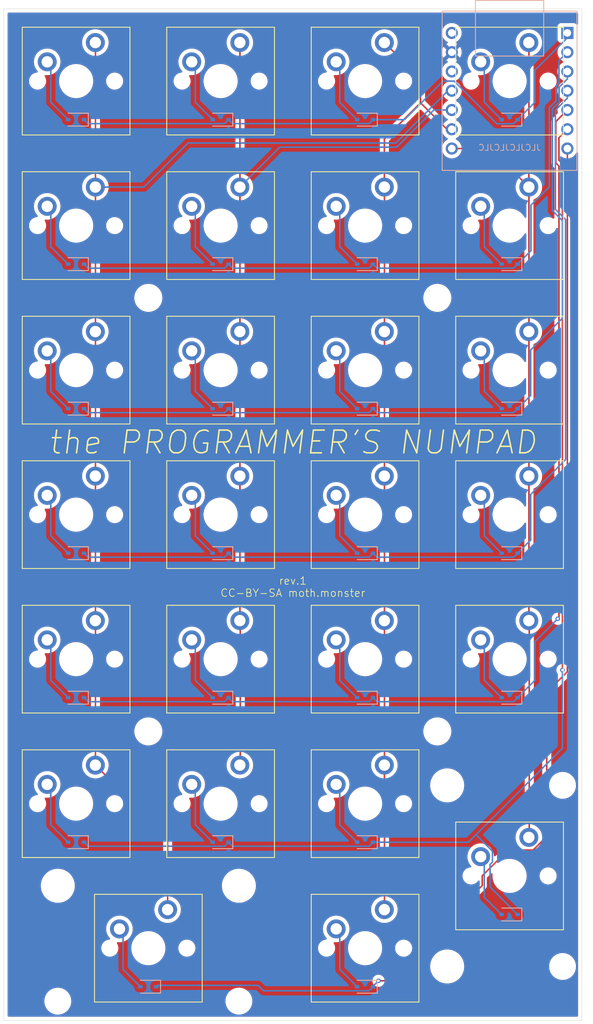
<source format=kicad_pcb>
(kicad_pcb (version 20240108) (generator "pcbnew") (generator_version "8.0")
  (layers (0 "F.Cu" signal) (31 "B.Cu" signal) (34 "B.Paste" user) (35 "F.Paste" user) (36 "B.SilkS" user "B.Silkscreen") (37 "F.SilkS" user "F.Silkscreen") (38 "B.Mask" user) (39 "F.Mask" user) (44 "Edge.Cuts" user))
  (net 0 "")
  (net 1 "Net-(D1-A)")
  (net 2 "Row0")
  (net 3 "Net-(D2-A)")
  (net 4 "Row1")
  (net 5 "Row2")
  (net 6 "Net-(D3-A)")
  (net 7 "Net-(D4-A)")
  (net 8 "Row3")
  (net 9 "Row4")
  (net 10 "Net-(D5-A)")
  (net 11 "Net-(D6-A)")
  (net 12 "Row5")
  (net 13 "Net-(D7-A)")
  (net 14 "Row6")
  (net 15 "Net-(D8-A)")
  (net 16 "Net-(D9-A)")
  (net 17 "Net-(D10-A)")
  (net 18 "Net-(D11-A)")
  (net 19 "Net-(D12-A)")
  (net 20 "Net-(D13-A)")
  (net 21 "Net-(D14-A)")
  (net 22 "Net-(D15-A)")
  (net 23 "Net-(D16-A)")
  (net 24 "Net-(D17-A)")
  (net 25 "Net-(D18-A)")
  (net 26 "Net-(D19-A)")
  (net 27 "Net-(D20-A)")
  (net 28 "Net-(D21-A)")
  (net 29 "Net-(D22-A)")
  (net 30 "Net-(D23-A)")
  (net 31 "Net-(D24-A)")
  (net 32 "Net-(D25-A)")
  (net 33 "Net-(D26-A)")
  (net 34 "Col0")
  (net 35 "Col1")
  (net 36 "Col2")
  (net 37 "Col3")
  (net 38 "unconnected-(U1-GND-Pad13)")
  (footprint "PCM_Switch_Keyboard_Cherry_MX:SW_Cherry_MX_PCB_1.00u" (layer "F.Cu") (at 162.56 34.29)
    (property "Reference" "SW14" (hide yes))
    (property "Value" "SW_Push")
  )
  (footprint "PCM_Switch_Keyboard_Cherry_MX:SW_Cherry_MX_PCB_1.00u" (layer "F.Cu") (at 162.56 53.34)
    (property "Reference" "SW15" (hide yes))
    (property "Value" "SW_Push")
  )
  (footprint "MountingHole:MountingHole_3.2mm_M3" (layer "F.Cu") (at 133.985 62.865)
    (property "Reference" "REF1**" (hide yes))
    (property "Value" "MountingHole_3.2mm_M3" (hide yes))
  )
  (footprint "PCM_Switch_Keyboard_Cherry_MX:SW_Cherry_MX_PCB_1.00u" (layer "F.Cu") (at 181.61 139.065)
    (property "Reference" "SW26" (hide yes))
    (property "Value" "SW_Push")
  )
  (footprint "PCM_Switch_Keyboard_Cherry_MX:SW_Cherry_MX_PCB_1.00u" (layer "F.Cu") (at 143.51 110.49)
    (property "Reference" "SW12" (hide yes))
    (property "Value" "SW_Push")
  )
  (footprint "PCM_Switch_Keyboard_Cherry_MX:SW_Cherry_MX_PCB_1.00u" (layer "F.Cu") (at 124.46 53.34)
    (property "Reference" "SW2" (hide yes))
    (property "Value" "SW_Push")
  )
  (footprint "PCM_Switch_Keyboard_Cherry_MX:SW_Cherry_MX_PCB_1.00u" (layer "F.Cu") (at 162.56 72.39)
    (property "Reference" "SW16" (hide yes))
    (property "Value" "SW_Push")
  )
  (footprint "MountingHole:MountingHole_3.2mm_M3" (layer "F.Cu") (at 133.985 120.015)
    (property "Reference" "REF**12412" (hide yes))
    (property "Value" "MountingHole_3.2mm_M3" (hide yes))
  )
  (footprint "PCM_Switch_Keyboard_Cherry_MX:SW_Cherry_MX_PCB_1.00u" (layer "F.Cu") (at 162.56 129.54)
    (property "Reference" "SW19" (hide yes))
    (property "Value" "SW_Push")
  )
  (footprint "PCM_Switch_Keyboard_Cherry_MX:SW_Cherry_MX_PCB_1.00u" (layer "F.Cu") (at 162.56 148.59)
    (property "Reference" "SW20" (hide yes))
    (property "Value" "SW_Push")
  )
  (footprint "PCM_Switch_Keyboard_Cherry_MX:SW_Cherry_MX_PCB_1.00u" (layer "F.Cu") (at 143.51 91.44)
    (property "Reference" "SW11" (hide yes))
    (property "Value" "SW_Push")
  )
  (footprint "PCM_Switch_Keyboard_Cherry_MX:SW_Cherry_MX_PCB_1.00u" (layer "F.Cu") (at 143.51 53.34)
    (property "Reference" "SW9" (hide yes))
    (property "Value" "SW_Push")
  )
  (footprint "PCM_Switch_Keyboard_Cherry_MX:SW_Cherry_MX_PCB_1.00u" (layer "F.Cu") (at 124.46 34.29)
    (property "Reference" "SW1" (hide yes))
    (property "Value" "SW_Push")
  )
  (footprint "PCM_Switch_Keyboard_Cherry_MX:SW_Cherry_MX_PCB_1.00u" (layer "F.Cu") (at 124.46 110.49)
    (property "Reference" "SW5" (hide yes))
    (property "Value" "SW_Push")
  )
  (footprint "PCM_Switch_Keyboard_Cherry_MX:SW_Cherry_MX_PCB_1.00u" (layer "F.Cu") (at 181.61 110.49)
    (property "Reference" "SW25" (hide yes))
    (property "Value" "SW_Push")
  )
  (footprint "PCM_Switch_Keyboard_Cherry_MX:SW_Cherry_MX_PCB_1.00u" (layer "F.Cu") (at 124.46 91.44)
    (property "Reference" "SW4" (hide yes))
    (property "Value" "SW_Push")
  )
  (footprint "PCM_Switch_Keyboard_Cherry_MX:SW_Cherry_MX_PCB_1.00u" (layer "F.Cu") (at 133.985 148.59)
    (property "Reference" "SW7" (hide yes))
    (property "Value" "SW_Push")
  )
  (footprint "PCM_Switch_Keyboard_Cherry_MX:SW_Cherry_MX_PCB_1.00u" (layer "F.Cu") (at 143.51 34.29)
    (property "Reference" "SW8" (hide yes))
    (property "Value" "SW_Push")
  )
  (footprint "PCM_Switch_Keyboard_Cherry_MX:SW_Cherry_MX_PCB_1.00u" (layer "F.Cu") (at 143.51 72.39)
    (property "Reference" "SW10" (hide yes))
    (property "Value" "SW_Push")
  )
  (footprint "PCM_Switch_Keyboard_Cherry_MX:SW_Cherry_MX_PCB_1.00u" (layer "F.Cu") (at 162.56 110.49)
    (property "Reference" "SW18" (hide yes))
    (property "Value" "SW_Push")
  )
  (footprint "PCM_Switch_Keyboard_Cherry_MX:SW_Cherry_MX_PCB_1.00u" (layer "F.Cu") (at 162.56 91.44)
    (property "Reference" "SW17" (hide yes))
    (property "Value" "SW_Push")
  )
  (footprint "PCM_Switch_Keyboard_Cherry_MX:SW_Cherry_MX_PCB_1.00u" (layer "F.Cu") (at 181.61 34.29)
    (property "Reference" "SW21" (hide yes))
    (property "Value" "SW_Push")
  )
  (footprint "PCM_Switch_Keyboard_Cherry_MX:SW_Cherry_MX_PCB_1.00u" (layer "F.Cu") (at 143.51 129.54)
    (property "Reference" "SW13" (hide yes))
    (property "Value" "SW_Push")
  )
  (footprint "MountingHole:MountingHole_3.2mm_M3" (layer "F.Cu") (at 172.085 62.865)
    (property "Reference" "REF2" (hide yes))
    (property "Value" "MountingHole_3.2mm_M3" (hide yes))
  )
  (footprint "PCM_Mounting_Keyboard_Stabilizer:Stabilizer_Cherry_MX_2.00u" (layer "F.Cu") (at 133.985 148.59 180)
    (property "Reference" "REF**" (hide yes))
    (property "Value" "Stabilizer_Cherry_MX_2.00u" (hide yes))
  )
  (footprint "PCM_Switch_Keyboard_Cherry_MX:SW_Cherry_MX_PCB_1.00u" (layer "F.Cu") (at 124.46 72.39)
    (property "Reference" "SW3" (hide yes))
    (property "Value" "SW_Push")
  )
  (footprint "MountingHole:MountingHole_3.2mm_M3" (layer "F.Cu") (at 172.085 120.015)
    (property "Reference" "REF**444" (hide yes))
    (property "Value" "MountingHole_3.2mm_M3" (hide yes))
  )
  (footprint "PCM_Switch_Keyboard_Cherry_MX:SW_Cherry_MX_PCB_1.00u" (layer "F.Cu") (at 124.46 129.54)
    (property "Reference" "SW6" (hide yes))
    (property "Value" "SW_Push")
  )
  (footprint "PCM_Switch_Keyboard_Cherry_MX:SW_Cherry_MX_PCB_1.00u" (layer "F.Cu") (at 181.61 72.39)
    (property "Reference" "SW23" (hide yes))
    (property "Value" "SW_Push")
  )
  (footprint "PCM_Mounting_Keyboard_Stabilizer:Stabilizer_Cherry_MX_2.00u" (layer "F.Cu") (at 181.61 139.065 -90)
    (property "Reference" "REF**agsdg" (hide yes))
    (property "Value" "Stabilizer_Cherry_MX_2.00u" (hide yes))
  )
  (footprint "PCM_Switch_Keyboard_Cherry_MX:SW_Cherry_MX_PCB_1.00u" (layer "F.Cu") (at 181.61 91.44)
    (property "Reference" "SW24" (hide yes))
    (property "Value" "SW_Push")
  )
  (footprint "PCM_Switch_Keyboard_Cherry_MX:SW_Cherry_MX_PCB_1.00u" (layer "F.Cu") (at 181.61 53.34)
    (property "Reference" "SW22" (hide yes))
    (property "Value" "SW_Push")
  )
  (footprint "Diode_SMD:D_SOD-323" (layer "B.Cu") (at 143.51 77.47 180)
    (property "Reference" "D10" (hide yes))
    (property "Value" "D")
  )
  (footprint "Diode_SMD:D_SOD-323" (layer "B.Cu") (at 143.51 58.42 180)
    (property "Reference" "D9" (hide yes))
    (property "Value" "D")
  )
  (footprint "Diode_SMD:D_SOD-323" (layer "B.Cu") (at 143.51 134.62 180)
    (property "Reference" "D13" (hide yes))
    (property "Value" "D")
  )
  (footprint "Diode_SMD:D_SOD-323" (layer "B.Cu") (at 124.46 134.62 180)
    (property "Reference" "D6" (hide yes))
    (property "Value" "D")
  )
  (footprint "Diode_SMD:D_SOD-323" (layer "B.Cu") (at 124.46 39.37 180)
    (property "Reference" "D1" (hide yes))
    (property "Value" "D")
  )
  (footprint "Diode_SMD:D_SOD-323" (layer "B.Cu") (at 124.46 77.47 180)
    (property "Reference" "D3" (hide yes))
    (property "Value" "D")
  )
  (footprint "Diode_SMD:D_SOD-323" (layer "B.Cu") (at 181.61 96.52 180)
    (property "Reference" "D24" (hide yes))
    (property "Value" "D")
  )
  (footprint "Diode_SMD:D_SOD-323" (layer "B.Cu") (at 124.46 58.42 180)
    (property "Reference" "D2" (hide yes))
    (property "Value" "D")
  )
  (footprint "Diode_SMD:D_SOD-323" (layer "B.Cu") (at 133.985 153.67 180)
    (property "Reference" "D7" (hide yes))
    (property "Value" "D")
  )
  (footprint "Diode_SMD:D_SOD-323" (layer "B.Cu") (at 162.56 134.62 180)
    (property "Reference" "D19" (hide yes))
    (property "Value" "D")
  )
  (footprint "Diode_SMD:D_SOD-323" (layer "B.Cu") (at 162.56 96.52 180)
    (property "Reference" "D17" (hide yes))
    (property "Value" "D")
  )
  (footprint "Diode_SMD:D_SOD-323" (layer "B.Cu") (at 181.61 77.47 180)
    (property "Reference" "D23" (hide yes))
    (property "Value" "D")
  )
  (footprint "Diode_SMD:D_SOD-323" (layer "B.Cu") (at 181.61 58.42 180)
    (property "Reference" "D22" (hide yes))
    (property "Value" "D")
  )
  (footprint "XIAO_PCB:MOUDLE14P-2.54-21X17.8MM" (layer "B.Cu") (at 181.61 35.56 90)
    (property "Reference" "U1" (hide yes))
    (property "Value" "MOUDLE-SEEEDUINO-XIAO")
  )
  (footprint "Diode_SMD:D_SOD-323" (layer "B.Cu") (at 143.51 115.57 180)
    (property "Reference" "D12" (hide yes))
    (property "Value" "D")
  )
  (footprint "Diode_SMD:D_SOD-323" (layer "B.Cu") (at 124.46 115.57 180)
    (property "Reference" "D5" (hide yes))
    (property "Value" "D")
  )
  (footprint "Diode_SMD:D_SOD-323" (layer "B.Cu") (at 162.56 39.37 180)
    (property "Reference" "D14" (hide yes))
    (property "Value" "D")
  )
  (footprint "Diode_SMD:D_SOD-323" (layer "B.Cu") (at 181.61 39.37 180)
    (property "Reference" "D21" (hide yes))
    (property "Value" "D")
  )
  (footprint "Diode_SMD:D_SOD-323" (layer "B.Cu") (at 162.56 77.47 180)
    (property "Reference" "D16" (hide yes))
    (property "Value" "D")
  )
  (footprint "Diode_SMD:D_SOD-323" (layer "B.Cu") (at 143.51 39.37 180)
    (property "Reference" "D8" (hide yes))
    (property "Value" "D")
  )
  (footprint "Diode_SMD:D_SOD-323" (layer "B.Cu") (at 181.61 115.57 180)
    (property "Reference" "D25" (hide yes))
    (property "Value" "D")
  )
  (footprint "Diode_SMD:D_SOD-323" (layer "B.Cu") (at 162.56 58.42 180)
    (property "Reference" "D15" (hide yes))
    (property "Value" "D")
  )
  (footprint "Diode_SMD:D_SOD-323" (layer "B.Cu") (at 143.51 96.52 180)
    (property "Reference" "D11" (hide yes))
    (property "Value" "D")
  )
  (footprint "Diode_SMD:D_SOD-323" (layer "B.Cu") (at 162.56 153.67 180)
    (property "Reference" "D20" (hide yes))
    (property "Value" "D")
  )
  (footprint "Diode_SMD:D_SOD-323" (layer "B.Cu") (at 162.56 115.57 180)
    (property "Reference" "D18" (hide yes))
    (property "Value" "D")
  )
  (footprint "Diode_SMD:D_SOD-323" (layer "B.Cu") (at 124.46 96.52 180)
    (property "Reference" "D4" (hide yes))
    (property "Value" "D")
  )
  (footprint "Diode_SMD:D_SOD-323" (layer "B.Cu") (at 181.61 144.145 180)
    (property "Reference" "D26" (hide yes))
    (property "Value" "D")
  )
  (gr_rect (start 114.935 24.765) (end 191.135 158.115) (stroke (width 0.05)) (fill none) (layer "Edge.Cuts"))
  (gr_text "JLCJLCJLCJLC" (at 181.61 43.053 0) (layer "B.SilkS") (effects (font (size 0.8 0.8) (thickness 0.1)) (justify mirror)))
  (gr_text "the PROGRAMMER'S NUMPAD" (at 153.035 81.915 0) (layer "F.SilkS") (effects (font (size 3 3) (thickness 0.2) (italic yes))))
  (gr_text "rev.1\nCC-BY-SA moth.monster" (at 153.035 100.965 0) (layer "F.SilkS") (effects (font (size 1 1) (thickness 0.1))))
  (segment (start 123.41 39.37) (end 121.1246 37.0846) (width 0.2) (layer "B.Cu") (net 1))
  (segment (start 121.1246 32.2246) (end 120.65 31.75) (width 0.2) (layer "B.Cu") (net 1))
  (segment (start 121.1246 37.0846) (end 121.1246 32.2246) (width 0.2) (layer "B.Cu") (net 1))
  (segment (start 182.66 39.37) (end 182.1099 39.9201) (width 0.2) (layer "B.Cu") (net 2))
  (segment (start 145.0871 39.8971) (end 144.56 39.37) (width 0.2) (layer "B.Cu") (net 2))
  (segment (start 163.61 39.37) (end 163.0829 39.8971) (width 0.2) (layer "B.Cu") (net 2))
  (segment (start 179.9301 39.9201) (end 174.3 34.29) (width 0.2) (layer "B.Cu") (net 2))
  (segment (start 174.3 34.29) (end 172.8377 34.29) (width 0.2) (layer "B.Cu") (net 2))
  (segment (start 182.1099 39.9201) (end 179.9301 39.9201) (width 0.2) (layer "B.Cu") (net 2))
  (segment (start 167.7577 39.37) (end 163.61 39.37) (width 0.2) (layer "B.Cu") (net 2))
  (segment (start 125.51 39.37) (end 126.0371 39.8971) (width 0.2) (layer "B.Cu") (net 2))
  (segment (start 184.9305 32.8745) (end 184.9305 37.0995) (width 0.2) (layer "B.Cu") (net 2))
  (segment (start 184.9305 37.0995) (end 182.66 39.37) (width 0.2) (layer "B.Cu") (net 2))
  (segment (start 189.23 27.94) (end 189.23 28.575) (width 0.2) (layer "B.Cu") (net 2))
  (segment (start 172.8377 34.29) (end 167.7577 39.37) (width 0.2) (layer "B.Cu") (net 2))
  (segment (start 144.0329 39.8971) (end 144.56 39.37) (width 0.2) (layer "B.Cu") (net 2))
  (segment (start 189.23 28.575) (end 184.9305 32.8745) (width 0.2) (layer "B.Cu") (net 2))
  (segment (start 126.0371 39.8971) (end 144.0329 39.8971) (width 0.2) (layer "B.Cu") (net 2))
  (segment (start 163.0829 39.8971) (end 145.0871 39.8971) (width 0.2) (layer "B.Cu") (net 2))
  (segment (start 121.1246 51.2746) (end 120.65 50.8) (width 0.2) (layer "B.Cu") (net 3))
  (segment (start 121.1246 56.1346) (end 121.1246 51.2746) (width 0.2) (layer "B.Cu") (net 3))
  (segment (start 123.41 58.42) (end 121.1246 56.1346) (width 0.2) (layer "B.Cu") (net 3))
  (segment (start 145.0871 58.9471) (end 144.56 58.42) (width 0.2) (layer "B.Cu") (net 4))
  (segment (start 163.0829 58.9471) (end 145.0871 58.9471) (width 0.2) (layer "B.Cu") (net 4))
  (segment (start 144.0329 58.9471) (end 144.56 58.42) (width 0.2) (layer "B.Cu") (net 4))
  (segment (start 186.85 37.792994) (end 186.85 39.37) (width 0.2) (layer "B.Cu") (net 4))
  (segment (start 125.51 58.42) (end 126.0371 58.9471) (width 0.2) (layer "B.Cu") (net 4))
  (segment (start 126.0371 58.9471) (end 144.0329 58.9471) (width 0.2) (layer "B.Cu") (net 4))
  (segment (start 188.1169 34.551778) (end 187.73 34.938678) (width 0.2) (layer "B.Cu") (net 4))
  (segment (start 187.73 36.912994) (end 186.85 37.792994) (width 0.2) (layer "B.Cu") (net 4))
  (segment (start 184.4279 50.6471) (end 184.4279 56.6521) (width 0.2) (layer "B.Cu") (net 4))
  (segment (start 184.4279 56.6521) (end 182.66 58.42) (width 0.2) (layer "B.Cu") (net 4))
  (segment (start 164.1371 58.9471) (end 163.61 58.42) (width 0.2) (layer "B.Cu") (net 4))
  (segment (start 189.23 30.48) (end 188.1169 31.5931) (width 0.2) (layer "B.Cu") (net 4))
  (segment (start 182.1329 58.9471) (end 164.1371 58.9471) (width 0.2) (layer "B.Cu") (net 4))
  (segment (start 188.1169 31.5931) (end 188.1169 34.551778) (width 0.2) (layer "B.Cu") (net 4))
  (segment (start 163.61 58.42) (end 163.0829 58.9471) (width 0.2) (layer "B.Cu") (net 4))
  (segment (start 186.85 39.37) (end 186.85 48.225) (width 0.2) (layer "B.Cu") (net 4))
  (segment (start 186.85 48.225) (end 184.4279 50.6471) (width 0.2) (layer "B.Cu") (net 4))
  (segment (start 182.66 58.42) (end 182.1329 58.9471) (width 0.2) (layer "B.Cu") (net 4))
  (segment (start 187.73 34.938678) (end 187.73 36.912994) (width 0.2) (layer "B.Cu") (net 4))
  (segment (start 144.0329 77.9971) (end 144.56 77.47) (width 0.2) (layer "B.Cu") (net 5))
  (segment (start 188.595 65.53) (end 184.3918 69.7332) (width 0.2) (layer "B.Cu") (net 5))
  (segment (start 182.66 77.47) (end 182.1329 77.9971) (width 0.2) (layer "B.Cu") (net 5))
  (segment (start 188.595 52.705) (end 188.595 65.53) (width 0.2) (layer "B.Cu") (net 5))
  (segment (start 187.25 37.958679) (end 187.25 51.36) (width 0.2) (layer "B.Cu") (net 5))
  (segment (start 125.51 77.47) (end 126.0371 77.9971) (width 0.2) (layer "B.Cu") (net 5))
  (segment (start 189.23 33.02) (end 189.23 34.004365) (width 0.2) (layer "B.Cu") (net 5))
  (segment (start 188.13 35.104365) (end 188.13 37.078679) (width 0.2) (layer "B.Cu") (net 5))
  (segment (start 145.0871 77.9971) (end 144.56 77.47) (width 0.2) (layer "B.Cu") (net 5))
  (segment (start 184.3918 75.7382) (end 182.66 77.47) (width 0.2) (layer "B.Cu") (net 5))
  (segment (start 163.61 77.47) (end 163.0829 77.9971) (width 0.2) (layer "B.Cu") (net 5))
  (segment (start 189.23 34.004365) (end 188.452182 34.782182) (width 0.2) (layer "B.Cu") (net 5))
  (segment (start 188.452182 34.782182) (end 188.13 35.104365) (width 0.2) (layer "B.Cu") (net 5))
  (segment (start 163.0829 77.9971) (end 145.0871 77.9971) (width 0.2) (layer "B.Cu") (net 5))
  (segment (start 187.25 51.36) (end 188.595 52.705) (width 0.2) (layer "B.Cu") (net 5))
  (segment (start 188.13 37.078679) (end 187.25 37.958679) (width 0.2) (layer "B.Cu") (net 5))
  (segment (start 126.0371 77.9971) (end 144.0329 77.9971) (width 0.2) (layer "B.Cu") (net 5))
  (segment (start 182.1329 77.9971) (end 164.1371 77.9971) (width 0.2) (layer "B.Cu") (net 5))
  (segment (start 184.3918 69.7332) (end 184.3918 75.7382) (width 0.2) (layer "B.Cu") (net 5))
  (segment (start 164.1371 77.9971) (end 163.61 77.47) (width 0.2) (layer "B.Cu") (net 5))
  (segment (start 121.1246 75.1846) (end 121.1246 70.3246) (width 0.2) (layer "B.Cu") (net 6))
  (segment (start 123.41 77.47) (end 121.1246 75.1846) (width 0.2) (layer "B.Cu") (net 6))
  (segment (start 121.1246 70.3246) (end 120.65 69.85) (width 0.2) (layer "B.Cu") (net 6))
  (segment (start 121.1246 89.3746) (end 120.65 88.9) (width 0.2) (layer "B.Cu") (net 7))
  (segment (start 121.1246 94.2346) (end 121.1246 89.3746) (width 0.2) (layer "B.Cu") (net 7))
  (segment (start 123.41 96.52) (end 121.1246 94.2346) (width 0.2) (layer "B.Cu") (net 7))
  (segment (start 188.995 84.18) (end 184.3918 88.7832) (width 0.2) (layer "B.Cu") (net 8))
  (segment (start 184.3918 94.7882) (end 182.66 96.52) (width 0.2) (layer "B.Cu") (net 8))
  (segment (start 182.1329 97.0471) (end 164.1371 97.0471) (width 0.2) (layer "B.Cu") (net 8))
  (segment (start 187.65 51.194314) (end 188.995 52.539314) (width 0.2) (layer "B.Cu") (net 8))
  (segment (start 126.0371 97.0471) (end 144.0329 97.0471) (width 0.2) (layer "B.Cu") (net 8))
  (segment (start 189.23 35.56) (end 189.23 36.544365) (width 0.2) (layer "B.Cu") (net 8))
  (segment (start 189.23 36.544365) (end 187.65 38.124365) (width 0.2) (layer "B.Cu") (net 8))
  (segment (start 188.995 52.539314) (end 188.995 84.18) (width 0.2) (layer "B.Cu") (net 8))
  (segment (start 184.3918 88.7832) (end 184.3918 94.7882) (width 0.2) (layer "B.Cu") (net 8))
  (segment (start 164.1371 97.0471) (end 163.61 96.52) (width 0.2) (layer "B.Cu") (net 8))
  (segment (start 145.0871 97.0471) (end 144.56 96.52) (width 0.2) (layer "B.Cu") (net 8))
  (segment (start 187.65 38.124365) (end 187.65 39.37) (width 0.2) (layer "B.Cu") (net 8))
  (segment (start 163.61 96.52) (end 163.0829 97.0471) (width 0.2) (layer "B.Cu") (net 8))
  (segment (start 187.65 39.37) (end 187.65 51.194314) (width 0.2) (layer "B.Cu") (net 8))
  (segment (start 182.66 96.52) (end 182.1329 97.0471) (width 0.2) (layer "B.Cu") (net 8))
  (segment (start 144.0329 97.0471) (end 144.56 96.52) (width 0.2) (layer "B.Cu") (net 8))
  (segment (start 125.51 96.52) (end 126.0371 97.0471) (width 0.2) (layer "B.Cu") (net 8))
  (segment (start 163.0829 97.0471) (end 145.0871 97.0471) (width 0.2) (layer "B.Cu") (net 8))
  (segment (start 187.7135 39.6165) (end 187.7135 41.275) (width 0.2) (layer "F.Cu") (net 9))
  (segment (start 188.1182 45.4861) (end 188.1182 105.0091) (width 0.2) (layer "F.Cu") (net 9))
  (segment (start 187.7135 45.0814) (end 188.1182 45.4861) (width 0.2) (layer "F.Cu") (net 9))
  (segment (start 187.7135 41.275) (end 187.7135 45.0814) (width 0.2) (layer "F.Cu") (net 9))
  (segment (start 188.1182 105.0091) (end 187.9595 105.1678) (width 0.2) (layer "F.Cu") (net 9))
  (segment (start 189.23 38.1) (end 187.7135 39.6165) (width 0.2) (layer "F.Cu") (net 9))
  (via (at 187.9595 105.1678) (size 0.6) (drill 0.3) (layers "F.Cu" "B.Cu") (net 9))
  (segment (start 182.1329 116.0971) (end 164.1371 116.0971) (width 0.2) (layer "B.Cu") (net 9))
  (segment (start 164.1371 116.0971) (end 163.61 115.57) (width 0.2) (layer "B.Cu") (net 9))
  (segment (start 144.0329 116.0971) (end 144.56 115.57) (width 0.2) (layer "B.Cu") (net 9))
  (segment (start 182.66 115.57) (end 184.9456 113.2844) (width 0.2) (layer "B.Cu") (net 9))
  (segment (start 126.0371 116.0971) (end 144.0329 116.0971) (width 0.2) (layer "B.Cu") (net 9))
  (segment (start 182.66 115.57) (end 182.1329 116.0971) (width 0.2) (layer "B.Cu") (net 9))
  (segment (start 125.51 115.57) (end 126.0371 116.0971) (width 0.2) (layer "B.Cu") (net 9))
  (segment (start 163.0829 116.0971) (end 163.61 115.57) (width 0.2) (layer "B.Cu") (net 9))
  (segment (start 145.0871 116.0971) (end 163.0829 116.0971) (width 0.2) (layer "B.Cu") (net 9))
  (segment (start 184.9456 113.2844) (end 184.9456 108.1817) (width 0.2) (layer "B.Cu") (net 9))
  (segment (start 144.56 115.57) (end 145.0871 116.0971) (width 0.2) (layer "B.Cu") (net 9))
  (segment (start 184.9456 108.1817) (end 187.9595 105.1678) (width 0.2) (layer "B.Cu") (net 9))
  (segment (start 121.1246 108.4246) (end 120.65 107.95) (width 0.2) (layer "B.Cu") (net 10))
  (segment (start 121.1246 113.2846) (end 121.1246 108.4246) (width 0.2) (layer "B.Cu") (net 10))
  (segment (start 123.41 115.57) (end 121.1246 113.2846) (width 0.2) (layer "B.Cu") (net 10))
  (segment (start 123.41 134.62) (end 121.1246 132.3346) (width 0.2) (layer "B.Cu") (net 11))
  (segment (start 121.1246 132.3346) (end 121.1246 127.4746) (width 0.2) (layer "B.Cu") (net 11))
  (segment (start 121.1246 127.4746) (end 120.65 127) (width 0.2) (layer "B.Cu") (net 11))
  (segment (start 188.5777 45.1777) (end 188.5777 111.9287) (width 0.2) (layer "F.Cu") (net 12))
  (segment (start 188.1152 44.7152) (end 188.5777 45.1777) (width 0.2) (layer "F.Cu") (net 12))
  (segment (start 188.1152 41.7548) (end 188.1152 44.7152) (width 0.2) (layer "F.Cu") (net 12))
  (segment (start 189.23 40.64) (end 188.1152 41.7548) (width 0.2) (layer "F.Cu") (net 12))
  (via (at 188.5777 111.9287) (size 0.6) (drill 0.3) (layers "F.Cu" "B.Cu") (net 12))
  (segment (start 179.0387 140.5237) (end 182.66 144.145) (width 0.2) (layer "B.Cu") (net 12))
  (segment (start 179.3517 135.7998) (end 179.3517 137.241) (width 0.2) (layer "B.Cu") (net 12))
  (segment (start 163.0829 135.1471) (end 145.0871 135.1471) (width 0.2) (layer "B.Cu") (net 12))
  (segment (start 179.0387 137.554) (end 179.0387 140.5237) (width 0.2) (layer "B.Cu") (net 12))
  (segment (start 179.3517 137.241) (end 179.0387 137.554) (width 0.2) (layer "B.Cu") (net 12))
  (segment (start 144.0329 135.1471) (end 144.56 134.62) (width 0.2) (layer "B.Cu") (net 12))
  (segment (start 163.61 134.62) (end 176.1855 134.62) (width 0.2) (layer "B.Cu") (net 12))
  (segment (start 188.5777 122.2278) (end 188.5777 111.9287) (width 0.2) (layer "B.Cu") (net 12))
  (segment (start 177.1787 133.6268) (end 188.5777 122.2278) (width 0.2) (layer "B.Cu") (net 12))
  (segment (start 145.0871 135.1471) (end 144.56 134.62) (width 0.2) (layer "B.Cu") (net 12))
  (segment (start 125.51 134.62) (end 126.0371 135.1471) (width 0.2) (layer "B.Cu") (net 12))
  (segment (start 163.61 134.62) (end 163.0829 135.1471) (width 0.2) (layer "B.Cu") (net 12))
  (segment (start 126.0371 135.1471) (end 144.0329 135.1471) (width 0.2) (layer "B.Cu") (net 12))
  (segment (start 176.1855 134.62) (end 177.1787 133.6268) (width 0.2) (layer "B.Cu") (net 12))
  (segment (start 177.1787 133.6268) (end 179.3517 135.7998) (width 0.2) (layer "B.Cu") (net 12))
  (segment (start 132.935 153.67) (end 130.6496 151.3846) (width 0.2) (layer "B.Cu") (net 13))
  (segment (start 130.6496 146.5246) (end 130.175 146.05) (width 0.2) (layer "B.Cu") (net 13))
  (segment (start 130.6496 151.3846) (end 130.6496 146.5246) (width 0.2) (layer "B.Cu") (net 13))
  (segment (start 165.4473 152.8867) (end 178.0063 140.3277) (width 0.2) (layer "F.Cu") (net 14))
  (segment (start 164.3252 152.8867) (end 165.4473 152.8867) (width 0.2) (layer "F.Cu") (net 14))
  (segment (start 178.0063 140.3277) (end 178.0063 139.0497) (width 0.2) (layer "F.Cu") (net 14))
  (segment (start 189.23 112.1465) (end 189.23 43.18) (width 0.2) (layer "F.Cu") (net 14))
  (segment (start 181.3993 135.6567) (end 184.7175 135.6567) (width 0.2) (layer "F.Cu") (net 14))
  (segment (start 186.5121 133.8621) (end 186.5121 114.8644) (width 0.2) (layer "F.Cu") (net 14))
  (segment (start 184.7175 135.6567) (end 186.5121 133.8621) (width 0.2) (layer "F.Cu") (net 14))
  (segment (start 186.5121 114.8644) (end 189.23 112.1465) (width 0.2) (layer "F.Cu") (net 14))
  (segment (start 178.0063 139.0497) (end 181.3993 135.6567) (width 0.2) (layer "F.Cu") (net 14))
  (via (at 164.3252 152.8867) (size 0.6) (drill 0.3) (layers "F.Cu" "B.Cu") (net 14))
  (segment (start 163.0686 154.2114) (end 149.17 154.2114) (width 0.2) (layer "B.Cu") (net 14))
  (segment (start 135.2129 153.4921) (end 135.035 153.67) (width 0.2) (layer "B.Cu") (net 14))
  (segment (start 149.17 154.2114) (end 148.4507 153.4921) (width 0.2) (layer "B.Cu") (net 14))
  (segment (start 164.3252 152.8867) (end 163.61 153.6019) (width 0.2) (layer "B.Cu") (net 14))
  (segment (start 163.61 153.67) (end 163.0686 154.2114) (width 0.2) (layer "B.Cu") (net 14))
  (segment (start 148.4507 153.4921) (end 135.2129 153.4921) (width 0.2) (layer "B.Cu") (net 14))
  (segment (start 163.61 153.6019) (end 163.61 153.67) (width 0.2) (layer "B.Cu") (net 14))
  (segment (start 140.1746 37.0846) (end 140.1746 32.2246) (width 0.2) (layer "B.Cu") (net 15))
  (segment (start 140.1746 32.2246) (end 139.7 31.75) (width 0.2) (layer "B.Cu") (net 15))
  (segment (start 142.46 39.37) (end 140.1746 37.0846) (width 0.2) (layer "B.Cu") (net 15))
  (segment (start 140.1746 51.2746) (end 139.7 50.8) (width 0.2) (layer "B.Cu") (net 16))
  (segment (start 142.46 58.42) (end 140.1746 56.1346) (width 0.2) (layer "B.Cu") (net 16))
  (segment (start 140.1746 56.1346) (end 140.1746 51.2746) (width 0.2) (layer "B.Cu") (net 16))
  (segment (start 142.46 77.47) (end 140.1746 75.1846) (width 0.2) (layer "B.Cu") (net 17))
  (segment (start 140.1746 70.3246) (end 139.7 69.85) (width 0.2) (layer "B.Cu") (net 17))
  (segment (start 140.1746 75.1846) (end 140.1746 70.3246) (width 0.2) (layer "B.Cu") (net 17))
  (segment (start 140.1746 89.3746) (end 139.7 88.9) (width 0.2) (layer "B.Cu") (net 18))
  (segment (start 140.1746 94.2346) (end 140.1746 89.3746) (width 0.2) (layer "B.Cu") (net 18))
  (segment (start 142.46 96.52) (end 140.1746 94.2346) (width 0.2) (layer "B.Cu") (net 18))
  (segment (start 142.46 115.57) (end 140.1746 113.2846) (width 0.2) (layer "B.Cu") (net 19))
  (segment (start 140.1746 113.2846) (end 140.1746 108.4246) (width 0.2) (layer "B.Cu") (net 19))
  (segment (start 140.1746 108.4246) (end 139.7 107.95) (width 0.2) (layer "B.Cu") (net 19))
  (segment (start 140.1746 132.3346) (end 140.1746 127.4746) (width 0.2) (layer "B.Cu") (net 20))
  (segment (start 142.46 134.62) (end 140.1746 132.3346) (width 0.2) (layer "B.Cu") (net 20))
  (segment (start 140.1746 127.4746) (end 139.7 127) (width 0.2) (layer "B.Cu") (net 20))
  (segment (start 159.2246 37.0846) (end 159.2246 32.2246) (width 0.2) (layer "B.Cu") (net 21))
  (segment (start 159.2246 32.2246) (end 158.75 31.75) (width 0.2) (layer "B.Cu") (net 21))
  (segment (start 161.51 39.37) (end 159.2246 37.0846) (width 0.2) (layer "B.Cu") (net 21))
  (segment (start 159.2246 56.1346) (end 159.2246 51.2746) (width 0.2) (layer "B.Cu") (net 22))
  (segment (start 161.51 58.42) (end 159.2246 56.1346) (width 0.2) (layer "B.Cu") (net 22))
  (segment (start 159.2246 51.2746) (end 158.75 50.8) (width 0.2) (layer "B.Cu") (net 22))
  (segment (start 159.2246 70.3246) (end 158.75 69.85) (width 0.2) (layer "B.Cu") (net 23))
  (segment (start 161.51 77.47) (end 159.2246 75.1846) (width 0.2) (layer "B.Cu") (net 23))
  (segment (start 159.2246 75.1846) (end 159.2246 70.3246) (width 0.2) (layer "B.Cu") (net 23))
  (segment (start 161.51 96.52) (end 159.2246 94.2346) (width 0.2) (layer "B.Cu") (net 24))
  (segment (start 159.2246 89.3746) (end 158.75 88.9) (width 0.2) (layer "B.Cu") (net 24))
  (segment (start 159.2246 94.2346) (end 159.2246 89.3746) (width 0.2) (layer "B.Cu") (net 24))
  (segment (start 159.2246 108.4246) (end 158.75 107.95) (width 0.2) (layer "B.Cu") (net 25))
  (segment (start 159.2246 113.2846) (end 159.2246 108.4246) (width 0.2) (layer "B.Cu") (net 25))
  (segment (start 161.51 115.57) (end 159.2246 113.2846) (width 0.2) (layer "B.Cu") (net 25))
  (segment (start 159.2246 127.4746) (end 158.75 127) (width 0.2) (layer "B.Cu") (net 26))
  (segment (start 159.2246 132.3346) (end 159.2246 127.4746) (width 0.2) (layer "B.Cu") (net 26))
  (segment (start 161.51 134.62) (end 159.2246 132.3346) (width 0.2) (layer "B.Cu") (net 26))
  (segment (start 161.51 153.67) (end 159.2246 151.3846) (width 0.2) (layer "B.Cu") (net 27))
  (segment (start 159.2246 151.3846) (end 159.2246 146.5246) (width 0.2) (layer "B.Cu") (net 27))
  (segment (start 159.2246 146.5246) (end 158.75 146.05) (width 0.2) (layer "B.Cu") (net 27))
  (segment (start 178.2746 37.0846) (end 178.2746 32.2246) (width 0.2) (layer "B.Cu") (net 28))
  (segment (start 180.56 39.37) (end 178.2746 37.0846) (width 0.2) (layer "B.Cu") (net 28))
  (segment (start 178.2746 32.2246) (end 177.8 31.75) (width 0.2) (layer "B.Cu") (net 28))
  (segment (start 178.2746 56.1346) (end 178.2746 51.2746) (width 0.2) (layer "B.Cu") (net 29))
  (segment (start 180.56 58.42) (end 178.2746 56.1346) (width 0.2) (layer "B.Cu") (net 29))
  (segment (start 178.2746 51.2746) (end 177.8 50.8) (width 0.2) (layer "B.Cu") (net 29))
  (segment (start 180.56 77.47) (end 178.2746 75.1846) (width 0.2) (layer "B.Cu") (net 30))
  (segment (start 178.2746 70.3246) (end 177.8 69.85) (width 0.2) (layer "B.Cu") (net 30))
  (segment (start 178.2746 75.1846) (end 178.2746 70.3246) (width 0.2) (layer "B.Cu") (net 30))
  (segment (start 178.2746 94.2346) (end 178.2746 89.3746) (width 0.2) (layer "B.Cu") (net 31))
  (segment (start 180.56 96.52) (end 178.2746 94.2346) (width 0.2) (layer "B.Cu") (net 31))
  (segment (start 178.2746 89.3746) (end 177.8 88.9) (width 0.2) (layer "B.Cu") (net 31))
  (segment (start 180.56 115.57) (end 178.2746 113.2846) (width 0.2) (layer "B.Cu") (net 32))
  (segment (start 178.2746 113.2846) (end 178.2746 108.4246) (width 0.2) (layer "B.Cu") (net 32))
  (segment (start 178.2746 108.4246) (end 177.8 107.95) (width 0.2) (layer "B.Cu") (net 32))
  (segment (start 178.2746 136.9996) (end 177.8 136.525) (width 0.2) (layer "B.Cu") (net 33))
  (segment (start 178.2746 141.8596) (end 178.2746 136.9996) (width 0.2) (layer "B.Cu") (net 33))
  (segment (start 180.56 144.145) (end 178.2746 141.8596) (width 0.2) (layer "B.Cu") (net 33))
  (segment (start 127.0125 86.36) (end 127 86.36) (width 0.2) (layer "F.Cu") (net 34))
  (segment (start 127.0125 48.26) (end 127 48.26) (width 0.2) (layer "F.Cu") (net 34))
  (segment (start 127 105.41) (end 127.0117 105.4217) (width 0.2) (layer "F.Cu") (net 34))
  (segment (start 136.525 133.985) (end 136.525 143.51) (width 0.2) (layer "F.Cu") (net 34))
  (segment (start 127.0117 124.4483) (end 127 124.46) (width 0.2) (layer "F.Cu") (net 34))
  (segment (start 127 29.21) (end 127.0125 29.2225) (width 0.2) (layer "F.Cu") (net 34))
  (segment (start 127.0125 67.31) (end 127.0125 86.36) (width 0.2) (layer "F.Cu") (net 34))
  (segment (start 127.0117 105.4217) (end 127.0117 124.4483) (width 0.2) (layer "F.Cu") (net 34))
  (segment (start 127 124.46) (end 136.525 133.985) (width 0.2) (layer "F.Cu") (net 34))
  (segment (start 127.0125 67.31) (end 127 67.31) (width 0.2) (layer "F.Cu") (net 34))
  (segment (start 127.0125 105.3975) (end 127 105.41) (width 0.2) (layer "F.Cu") (net 34))
  (segment (start 127.0125 48.26) (end 127.0125 67.31) (width 0.2) (layer "F.Cu") (net 34))
  (segment (start 127.0125 29.2225) (end 127.0125 48.26) (width 0.2) (layer "F.Cu") (net 34))
  (segment (start 127.0125 86.36) (end 127.0125 105.3975) (width 0.2) (layer "F.Cu") (net 34))
  (segment (start 139.2153 42.4549) (end 133.4102 48.26) (width 0.2) (layer "B.Cu") (net 34))
  (segment (start 173.489 35.56) (end 166.5941 42.4549) (width 0.2) (layer "B.Cu") (net 34))
  (segment (start 173.99 35.56) (end 173.489 35.56) (width 0.2) (layer "B.Cu") (net 34))
  (segment (start 133.4102 48.26) (end 127 48.26) (width 0.2) (layer "B.Cu") (net 34))
  (segment (start 166.5941 42.4549) (end 139.2153 42.4549) (width 0.2) (layer "B.Cu") (net 34))
  (segment (start 146.1023 124.4077) (end 146.05 124.46) (width 0.2) (layer "F.Cu") (net 35))
  (segment (start 146.0617 67.3217) (end 146.0617 86.3483) (width 0.2) (layer "F.Cu") (net 35))
  (segment (start 146.05 86.36) (end 146.0617 86.3717) (width 0.2) (layer "F.Cu") (net 35))
  (segment (start 146.0617 86.3717) (end 146.0617 105.3983) (width 0.2) (layer "F.Cu") (net 35))
  (segment (start 146.05 67.31) (end 146.0617 67.2983) (width 0.2) (layer "F.Cu") (net 35))
  (segment (start 146.0617 67.2983) (end 146.0617 48.2717) (width 0.2) (layer "F.Cu") (net 35))
  (segment (start 146.0617 105.3983) (end 146.05 105.41) (width 0.2) (layer "F.Cu") (net 35))
  (segment (start 146.05 67.31) (end 146.0617 67.3217) (width 0.2) (layer "F.Cu") (net 35))
  (segment (start 146.05 29.21) (end 146.0617 29.2217) (width 0.2) (layer "F.Cu") (net 35))
  (segment (start 146.0617 48.2483) (end 146.05 48.26) (width 0.2) (layer "F.Cu") (net 35))
  (segment (start 146.0617 29.2217) (end 146.0617 48.2483) (width 0.2) (layer "F.Cu") (net 35))
  (segment (start 146.05 105.41) (end 146.1023 105.4623) (width 0.2) (layer "F.Cu") (net 35))
  (segment (start 146.0617 86.3483) (end 146.05 86.36) (width 0.2) (layer "F.Cu") (net 35))
  (segment (start 146.0617 48.2717) (end 146.05 48.26) (width 0.2) (layer "F.Cu") (net 35))
  (segment (start 146.1023 105.4623) (end 146.1023 124.4077) (width 0.2) (layer "F.Cu") (net 35))
  (segment (start 166.726 42.998) (end 151.312 42.998) (width 0.2) (layer "B.Cu") (net 35))
  (segment (start 173.99 38.1) (end 171.624 38.1) (width 0.2) (layer "B.Cu") (net 35))
  (segment (start 171.624 38.1) (end 166.726 42.998) (width 0.2) (layer "B.Cu") (net 35))
  (segment (start 151.312 42.998) (end 146.05 48.26) (width 0.2) (layer "B.Cu") (net 35))
  (segment (start 165.1117 86.3483) (end 165.1 86.36) (width 0.2) (layer "F.Cu") (net 36))
  (segment (start 165.1125 124.46) (end 165.1125 143.4975) (width 0.2) (layer "F.Cu") (net 36))
  (segment (start 165.1 67.31) (end 165.1117 67.3217) (width 0.2) (layer "F.Cu") (net 36))
  (segment (start 165.1117 67.3217) (end 165.1117 86.3483) (width 0.2) (layer "F.Cu") (net 36))
  (segment (start 165.1 67.31) (end 165.1117 67.2983) (width 0.2) (layer "F.Cu") (net 36))
  (segment (start 169.8697 37.1547) (end 169.8697 33.9797) (width 0.2) (layer "F.Cu") (net 36))
  (segment (start 165.1 86.36) (end 165.1125 86.3725) (width 0.2) (layer "F.Cu") (net 36))
  (segment (start 165.1 48.26) (end 165.1 41.9244) (width 0.2) (layer "F.Cu") (net 36))
  (segment (start 165.1117 67.2983) (end 165.1117 48.2717) (width 0.2) (layer "F.Cu") (net 36))
  (segment (start 173.99 40.64) (end 173.355 40.64) (width 0.2) (layer "F.Cu") (net 36))
  (segment (start 165.1117 48.2717) (end 165.1 48.26) (width 0.2) (layer "F.Cu") (net 36))
  (segment (start 165.1125 105.41) (end 165.1125 124.46) (width 0.2) (layer "F.Cu") (net 36))
  (segment (start 173.355 40.64) (end 169.8697 37.1547) (width 0.2) (layer "F.Cu") (net 36))
  (segment (start 165.1 124.46) (end 165.1125 124.46) (width 0.2) (layer "F.Cu") (net 36))
  (segment (start 169.8697 33.9797) (end 165.1 29.21) (width 0.2) (layer "F.Cu") (net 36))
  (segment (start 165.1125 105.41) (end 165.1 105.41) (width 0.2) (layer "F.Cu") (net 36))
  (segment (start 165.1125 86.3725) (end 165.1125 105.41) (width 0.2) (layer "F.Cu") (net 36))
  (segment (start 165.1125 143.4975) (end 165.1 143.51) (width 0.2) (layer "F.Cu") (net 36))
  (segment (start 165.1 41.9244) (end 169.8697 37.1547) (width 0.2) (layer "F.Cu") (net 36))
  (segment (start 184.15 48.26) (end 184.1617 48.2717) (width 0.2) (layer "F.Cu") (net 37))
  (segment (start 184.1617 67.3217) (end 184.15 67.31) (width 0.2) (layer "F.Cu") (net 37))
  (segment (start 184.1617 105.3983) (end 184.15 105.41) (width 0.2) (layer "F.Cu") (net 37))
  (segment (start 184.1617 48.2717) (end 184.1617 67.2983) (width 0.2) (layer "F.Cu") (net 37))
  (segment (start 184.15 86.36) (end 184.1617 86.3717) (width 0.2) (layer "F.Cu") (net 37))
  (segment (start 173.99 43.18) (end 179.07 43.18) (width 0.2) (layer "F.Cu") (net 37))
  (segment (start 184.1617 86.3483) (end 184.1617 67.3217) (width 0.2) (layer "F.Cu") (net 37))
  (segment (start 184.15 43.815) (end 184.15 48.26) (width 0.2) (layer "F.Cu") (net 37))
  (segment (start 184.1617 67.2983) (end 184.15 67.31) (width 0.2) (layer "F.Cu") (net 37))
  (segment (start 184.2023 133.9327) (end 184.15 133.985) (width 0.2) (layer "F.Cu") (net 37))
  (segment (start 179.07 43.18) (end 184.15 48.26) (width 0.2) (layer "F.Cu") (net 37))
  (segment (start 184.1617 86.3717) (end 184.1617 105.3983) (width 0.2) (layer "F.Cu") (net 37))
  (segment (start 184.15 105.41) (end 184.2023 105.4623) (width 0.2) (layer "F.Cu") (net 37))
  (segment (start 184.2023 105.4623) (end 184.2023 133.9327) (width 0.2) (layer "F.Cu") (net 37))
  (segment (start 184.15 43.815) (end 184.1617 43.8033) (width 0.2) (layer "F.Cu") (net 37))
  (segment (start 184.1617 29.2217) (end 184.15 29.21) (width 0.2) (layer "F.Cu") (net 37))
  (segment (start 184.1617 43.8033) (end 184.1617 29.2217) (width 0.2) (layer "F.Cu") (net 37))
  (segment (start 184.15 86.36) (end 184.1617 86.3483) (width 0.2) (layer "F.Cu") (net 37))
  (zone (net 38) (net_name "unconnected-(U1-GND-Pad13)") (layers "F&B.Cu") (connect_pads (clearance 0.5)) (min_thickness 0.25) (fill yes (thermal_gap 0.5) (thermal_bridge_width 0.5))
    (polygon (pts (xy 114.427 24.257) (xy 191.643 24.257) (xy 191.643 158.623) (xy 114.427 158.623)))
  )
)
</source>
